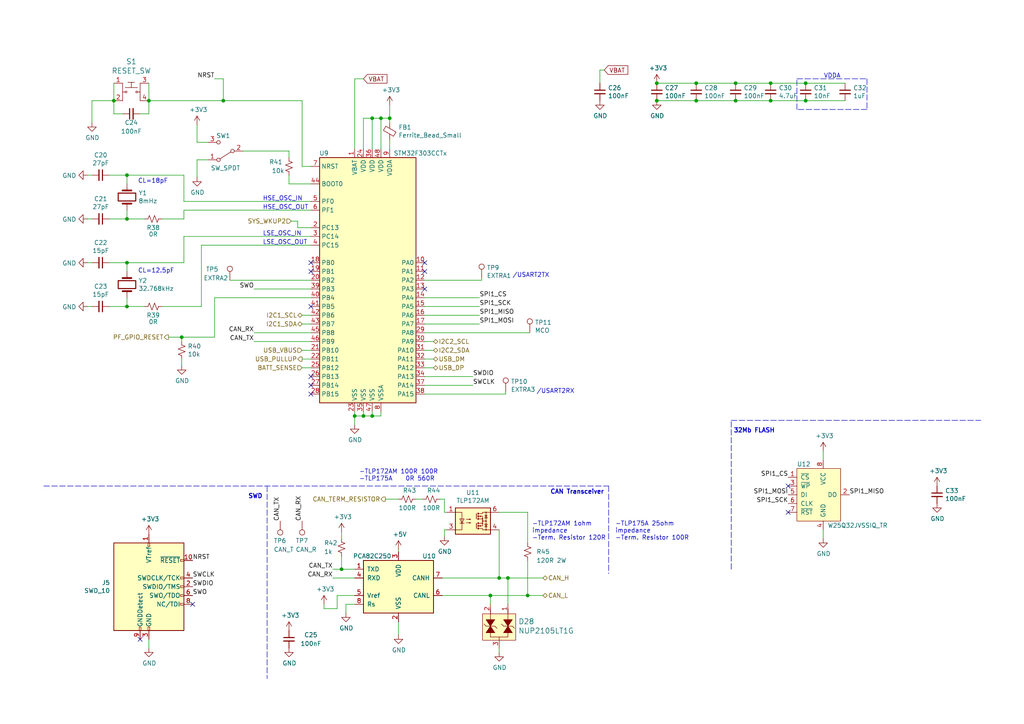
<source format=kicad_sch>
(kicad_sch (version 20211123) (generator eeschema)
  (paper "A4")
  (lib_symbols
    (symbol "Connector:Conn_ARM_JTAG_SWD_10" (pin_names (offset 1.016))
      (property "Reference" "J" (at -2.54 16.51 0))
      (property "Value" "Conn_ARM_JTAG_SWD_10" (at -2.54 13.97 0))
      (symbol "Conn_ARM_JTAG_SWD_10_0_1"
        (rectangle (start -10.16 12.7) (end 10.16 -12.7) (stroke (width 0.254)) (fill (type background)))
        (rectangle (start -2.794 -12.7) (end -2.286 -11.684))
        (rectangle (start -0.254 -12.7) (end 0.254 -11.684))
        (rectangle (start -0.254 12.7) (end 0.254 11.684))
        (rectangle (start 9.144 2.286) (end 10.16 2.794))
        (rectangle (start 10.16 -2.794) (end 9.144 -2.286))
        (rectangle (start 10.16 -0.254) (end 9.144 0.254))
        (rectangle (start 10.16 7.874) (end 9.144 7.366))
      )
      (symbol "Conn_ARM_JTAG_SWD_10_1_1"
        (rectangle (start 9.144 -5.334) (end 10.16 -4.826))
        (pin power_in line (at 0 15.24 270) (length 2.54) (name "VTref") (number "1"))
        (pin open_collector line (at 12.7 7.62 180) (length 2.54) (name "~{RESET}") (number "10"))
        (pin bidirectional line (at 12.7 0 180) (length 2.54) (name "SWDIO/TMS") (number "2"))
        (pin power_in line (at 0 -15.24 90) (length 2.54) (name "GND") (number "3"))
        (pin output line (at 12.7 2.54 180) (length 2.54) (name "SWDCLK/TCK") (number "4"))
        (pin passive line (at 0 -15.24 90) (length 2.54) hide (name "GND") (number "5"))
        (pin input line (at 12.7 -2.54 180) (length 2.54) (name "SWO/TDO") (number "6"))
        (pin no_connect line (at -10.16 0 0) (length 2.54) hide (name "KEY") (number "7"))
        (pin output line (at 12.7 -5.08 180) (length 2.54) (name "NC/TDI") (number "8"))
        (pin passive line (at -2.54 -15.24 90) (length 2.54) (name "GNDDetect") (number "9"))
      )
    )
    (symbol "Connector:TestPoint" (pin_numbers hide) (pin_names (offset 0.762) hide)
      (property "Reference" "TP" (at 0 6.858 0))
      (property "Value" "TestPoint" (at 0 5.08 0))
      (symbol "TestPoint_0_1"
        (circle (center 0 3.302) (radius 0.762))
      )
      (symbol "TestPoint_1_1"
        (pin passive line (at 0 0 90) (length 2.54) (name "1") (number "1"))
      )
    )
    (symbol "Device:C_Small" (pin_numbers hide) (pin_names (offset 0.254) hide)
      (property "Reference" "C" (at 0.254 1.778 0))
      (property "Value" "C_Small" (at 0.254 -2.032 0))
      (symbol "C_Small_0_1"
        (polyline (pts (xy -1.524 -0.508) (xy 1.524 -0.508)) (stroke (width 0.3302)))
        (polyline (pts (xy -1.524 0.508) (xy 1.524 0.508)) (stroke (width 0.3048)))
      )
      (symbol "C_Small_1_1"
        (pin passive line (at 0 2.54 270) (length 2.032) (name "~") (number "1"))
        (pin passive line (at 0 -2.54 90) (length 2.032) (name "~") (number "2"))
      )
    )
    (symbol "Device:Crystal" (pin_numbers hide) (pin_names (offset 1.016) hide)
      (property "Reference" "Y" (at 0 3.81 0))
      (property "Value" "Crystal" (at 0 -3.81 0))
      (symbol "Crystal_0_1"
        (rectangle (start -1.143 2.54) (end 1.143 -2.54) (stroke (width 0.3048)))
        (polyline (pts (xy -2.54 0) (xy -1.905 0)))
        (polyline (pts (xy -1.905 -1.27) (xy -1.905 1.27)) (stroke (width 0.508)))
        (polyline (pts (xy 1.905 -1.27) (xy 1.905 1.27)) (stroke (width 0.508)))
        (polyline (pts (xy 2.54 0) (xy 1.905 0)))
      )
      (symbol "Crystal_1_1"
        (pin passive line (at -3.81 0 0) (length 1.27) (name "1") (number "1"))
        (pin passive line (at 3.81 0 180) (length 1.27) (name "2") (number "2"))
      )
    )
    (symbol "Device:Ferrite_Bead_Small" (pin_numbers hide) (pin_names (offset 0))
      (property "Reference" "FB" (at 1.905 1.27 0))
      (property "Value" "Device_Ferrite_Bead_Small" (at 1.905 -1.27 0))
      (symbol "Ferrite_Bead_Small_0_1"
        (polyline (pts (xy 0 -1.27) (xy 0 -0.7874)))
        (polyline (pts (xy 0 0.889) (xy 0 1.2954)))
        (polyline (pts (xy -1.8288 0.2794) (xy -1.1176 1.4986) (xy 1.8288 -0.2032) (xy 1.1176 -1.4224) (xy -1.8288 0.2794)))
      )
      (symbol "Ferrite_Bead_Small_1_1"
        (pin passive line (at 0 2.54 270) (length 1.27) (name "~") (number "1"))
        (pin passive line (at 0 -2.54 90) (length 1.27) (name "~") (number "2"))
      )
    )
    (symbol "Device:R_Small_US" (pin_numbers hide) (pin_names (offset 0.254) hide)
      (property "Reference" "R" (at 0.762 0.508 0))
      (property "Value" "R_Small_US" (at 0.762 -1.016 0))
      (symbol "R_Small_US_1_1"
        (polyline (pts (xy 0 0) (xy 1.016 -0.381) (xy 0 -0.762) (xy -1.016 -1.143) (xy 0 -1.524)))
        (polyline (pts (xy 0 1.524) (xy 1.016 1.143) (xy 0 0.762) (xy -1.016 0.381) (xy 0 0)))
        (pin passive line (at 0 2.54 270) (length 1.016) (name "~") (number "1"))
        (pin passive line (at 0 -2.54 90) (length 1.016) (name "~") (number "2"))
      )
    )
    (symbol "Interface_CAN_LIN:MCP2551-I-SN" (pin_names (offset 1.016))
      (property "Reference" "U" (at -10.16 8.89 0))
      (property "Value" "MCP2551-I-SN" (at 2.54 8.89 0))
      (symbol "MCP2551-I-SN_0_1"
        (rectangle (start -10.16 7.62) (end 10.16 -7.62) (stroke (width 0.254)) (fill (type background)))
      )
      (symbol "MCP2551-I-SN_1_1"
        (pin input line (at -12.7 5.08 0) (length 2.54) (name "TXD") (number "1"))
        (pin power_in line (at 0 -10.16 90) (length 2.54) (name "VSS") (number "2"))
        (pin power_in line (at 0 10.16 270) (length 2.54) (name "VDD") (number "3"))
        (pin output line (at -12.7 2.54 0) (length 2.54) (name "RXD") (number "4"))
        (pin power_out line (at -12.7 -2.54 0) (length 2.54) (name "Vref") (number "5"))
        (pin bidirectional line (at 12.7 -2.54 180) (length 2.54) (name "CANL") (number "6"))
        (pin bidirectional line (at 12.7 2.54 180) (length 2.54) (name "CANH") (number "7"))
        (pin input line (at -12.7 -5.08 0) (length 2.54) (name "Rs") (number "8"))
      )
    )
    (symbol "MCU_ST_STM32F3:STM32F303CCTx"
      (property "Reference" "U" (at -15.24 36.83 0))
      (property "Value" "STM32F303CCTx" (at 7.62 36.83 0))
      (symbol "STM32F303CCTx_0_1"
        (rectangle (start -15.24 -35.56) (end 12.7 35.56) (stroke (width 0.254)) (fill (type background)))
      )
      (symbol "STM32F303CCTx_1_1"
        (pin power_in line (at -5.08 38.1 270) (length 2.54) (name "VBAT") (number "1"))
        (pin bidirectional line (at 15.24 5.08 180) (length 2.54) (name "PA0") (number "10"))
        (pin bidirectional line (at 15.24 2.54 180) (length 2.54) (name "PA1") (number "11"))
        (pin bidirectional line (at 15.24 0 180) (length 2.54) (name "PA2") (number "12"))
        (pin bidirectional line (at 15.24 -2.54 180) (length 2.54) (name "PA3") (number "13"))
        (pin bidirectional line (at 15.24 -5.08 180) (length 2.54) (name "PA4") (number "14"))
        (pin bidirectional line (at 15.24 -7.62 180) (length 2.54) (name "PA5") (number "15"))
        (pin bidirectional line (at 15.24 -10.16 180) (length 2.54) (name "PA6") (number "16"))
        (pin bidirectional line (at 15.24 -12.7 180) (length 2.54) (name "PA7") (number "17"))
        (pin bidirectional line (at -17.78 5.08 0) (length 2.54) (name "PB0") (number "18"))
        (pin bidirectional line (at -17.78 2.54 0) (length 2.54) (name "PB1") (number "19"))
        (pin bidirectional line (at -17.78 15.24 0) (length 2.54) (name "PC13") (number "2"))
        (pin bidirectional line (at -17.78 0 0) (length 2.54) (name "PB2") (number "20"))
        (pin bidirectional line (at -17.78 -20.32 0) (length 2.54) (name "PB10") (number "21"))
        (pin bidirectional line (at -17.78 -22.86 0) (length 2.54) (name "PB11") (number "22"))
        (pin power_in line (at -5.08 -38.1 90) (length 2.54) (name "VSS") (number "23"))
        (pin power_in line (at -2.54 38.1 270) (length 2.54) (name "VDD") (number "24"))
        (pin bidirectional line (at -17.78 -25.4 0) (length 2.54) (name "PB12") (number "25"))
        (pin bidirectional line (at -17.78 -27.94 0) (length 2.54) (name "PB13") (number "26"))
        (pin bidirectional line (at -17.78 -30.48 0) (length 2.54) (name "PB14") (number "27"))
        (pin bidirectional line (at -17.78 -33.02 0) (length 2.54) (name "PB15") (number "28"))
        (pin bidirectional line (at 15.24 -15.24 180) (length 2.54) (name "PA8") (number "29"))
        (pin bidirectional line (at -17.78 12.7 0) (length 2.54) (name "PC14") (number "3"))
        (pin bidirectional line (at 15.24 -17.78 180) (length 2.54) (name "PA9") (number "30"))
        (pin bidirectional line (at 15.24 -20.32 180) (length 2.54) (name "PA10") (number "31"))
        (pin bidirectional line (at 15.24 -22.86 180) (length 2.54) (name "PA11") (number "32"))
        (pin bidirectional line (at 15.24 -25.4 180) (length 2.54) (name "PA12") (number "33"))
        (pin bidirectional line (at 15.24 -27.94 180) (length 2.54) (name "PA13") (number "34"))
        (pin power_in line (at -2.54 -38.1 90) (length 2.54) (name "VSS") (number "35"))
        (pin power_in line (at 0 38.1 270) (length 2.54) (name "VDD") (number "36"))
        (pin bidirectional line (at 15.24 -30.48 180) (length 2.54) (name "PA14") (number "37"))
        (pin bidirectional line (at 15.24 -33.02 180) (length 2.54) (name "PA15") (number "38"))
        (pin bidirectional line (at -17.78 -2.54 0) (length 2.54) (name "PB3") (number "39"))
        (pin bidirectional line (at -17.78 10.16 0) (length 2.54) (name "PC15") (number "4"))
        (pin bidirectional line (at -17.78 -5.08 0) (length 2.54) (name "PB4") (number "40"))
        (pin bidirectional line (at -17.78 -7.62 0) (length 2.54) (name "PB5") (number "41"))
        (pin bidirectional line (at -17.78 -10.16 0) (length 2.54) (name "PB6") (number "42"))
        (pin bidirectional line (at -17.78 -12.7 0) (length 2.54) (name "PB7") (number "43"))
        (pin input line (at -17.78 27.94 0) (length 2.54) (name "BOOT0") (number "44"))
        (pin bidirectional line (at -17.78 -15.24 0) (length 2.54) (name "PB8") (number "45"))
        (pin bidirectional line (at -17.78 -17.78 0) (length 2.54) (name "PB9") (number "46"))
        (pin power_in line (at 0 -38.1 90) (length 2.54) (name "VSS") (number "47"))
        (pin power_in line (at 2.54 38.1 270) (length 2.54) (name "VDD") (number "48"))
        (pin input line (at -17.78 22.86 0) (length 2.54) (name "PF0") (number "5"))
        (pin input line (at -17.78 20.32 0) (length 2.54) (name "PF1") (number "6"))
        (pin input line (at -17.78 33.02 0) (length 2.54) (name "NRST") (number "7"))
        (pin power_in line (at 2.54 -38.1 90) (length 2.54) (name "VSSA") (number "8"))
        (pin power_in line (at 5.08 38.1 270) (length 2.54) (name "VDDA") (number "9"))
      )
    )
    (symbol "Relay_SolidState:TLP175A"
      (property "Reference" "U" (at -5.08 4.953 0))
      (property "Value" "TLP175A" (at -5.08 -5.08 0))
      (symbol "TLP175A_0_1"
        (rectangle (start -5.08 3.81) (end 5.08 -3.81) (stroke (width 0.254)) (fill (type background)))
        (polyline (pts (xy -3.81 -0.635) (xy -2.54 -0.635)))
        (polyline (pts (xy 1.016 -0.635) (xy 1.016 -2.159)) (stroke (width 0.2032)))
        (polyline (pts (xy 1.016 2.159) (xy 1.016 0.635)) (stroke (width 0.2032)))
        (polyline (pts (xy 1.524 -0.508) (xy 1.524 -0.762)) (stroke (width 0.3556)))
        (polyline (pts (xy 2.794 0) (xy 3.81 0)))
        (polyline (pts (xy 3.429 -1.651) (xy 4.191 -1.651)))
        (polyline (pts (xy 3.429 1.651) (xy 4.191 1.651)))
        (polyline (pts (xy 3.81 -2.54) (xy 3.81 2.54)))
        (polyline (pts (xy 1.524 -2.032) (xy 1.524 -2.286) (xy 1.524 -2.286)) (stroke (width 0.3556)))
        (polyline (pts (xy 1.524 -1.27) (xy 1.524 -1.524) (xy 1.524 -1.524)) (stroke (width 0.3556)))
        (polyline (pts (xy 1.524 0.762) (xy 1.524 0.508) (xy 1.524 0.508)) (stroke (width 0.3556)))
        (polyline (pts (xy 1.524 1.524) (xy 1.524 1.27) (xy 1.524 1.27)) (stroke (width 0.3556)))
        (polyline (pts (xy 1.524 2.286) (xy 1.524 2.032) (xy 1.524 2.032)) (stroke (width 0.3556)))
        (polyline (pts (xy 1.651 -1.397) (xy 2.794 -1.397) (xy 2.794 -0.635)))
        (polyline (pts (xy 1.651 1.397) (xy 2.794 1.397) (xy 2.794 0.635)))
        (polyline (pts (xy -5.08 2.54) (xy -3.175 2.54) (xy -3.175 -2.54) (xy -5.08 -2.54)))
        (polyline (pts (xy -3.175 -0.635) (xy -3.81 0.635) (xy -2.54 0.635) (xy -3.175 -0.635)))
        (polyline (pts (xy 1.651 -2.159) (xy 2.794 -2.159) (xy 2.794 -2.54) (xy 5.08 -2.54)))
        (polyline (pts (xy 1.651 -0.635) (xy 2.794 -0.635) (xy 2.794 0.635) (xy 1.651 0.635)))
        (polyline (pts (xy 1.651 2.159) (xy 2.794 2.159) (xy 2.794 2.54) (xy 5.08 2.54)))
        (polyline (pts (xy 1.778 -1.397) (xy 2.286 -1.27) (xy 2.286 -1.524) (xy 1.778 -1.397)))
        (polyline (pts (xy 1.778 1.397) (xy 2.286 1.524) (xy 2.286 1.27) (xy 1.778 1.397)))
        (polyline (pts (xy 3.81 -1.651) (xy 3.429 -0.889) (xy 4.191 -0.889) (xy 3.81 -1.651)))
        (polyline (pts (xy 3.81 1.651) (xy 3.429 0.889) (xy 4.191 0.889) (xy 3.81 1.651)))
        (polyline (pts (xy -1.905 -0.508) (xy -0.635 -0.508) (xy -1.016 -0.635) (xy -1.016 -0.381) (xy -0.635 -0.508)))
        (polyline (pts (xy -1.905 0.508) (xy -0.635 0.508) (xy -1.016 0.381) (xy -1.016 0.635) (xy -0.635 0.508)))
        (circle (center 2.794 -0.635) (radius 0.127))
        (circle (center 2.794 0) (radius 0.127))
        (circle (center 2.794 0.635) (radius 0.127))
        (circle (center 3.81 -2.54) (radius 0.127))
        (circle (center 3.81 0) (radius 0.127))
        (circle (center 3.81 2.54) (radius 0.127))
      )
      (symbol "TLP175A_1_1"
        (pin passive line (at -7.62 2.54 0) (length 2.54) (name "~") (number "1"))
        (pin passive line (at -7.62 -2.54 0) (length 2.54) (name "~") (number "3"))
        (pin passive line (at 7.62 -2.54 180) (length 2.54) (name "~") (number "4"))
        (pin passive line (at 7.62 2.54 180) (length 2.54) (name "~") (number "6"))
      )
    )
    (symbol "Switch:SW_SPDT" (pin_names (offset 0) hide)
      (property "Reference" "SW" (at 0 4.318 0))
      (property "Value" "SW_SPDT" (at 0 -5.08 0))
      (symbol "SW_SPDT_0_0"
        (circle (center -2.032 0) (radius 0.508))
        (circle (center 2.032 -2.54) (radius 0.508))
      )
      (symbol "SW_SPDT_0_1"
        (polyline (pts (xy -1.524 0.254) (xy 1.651 2.286)))
        (circle (center 2.032 2.54) (radius 0.508))
      )
      (symbol "SW_SPDT_1_1"
        (pin passive line (at 5.08 2.54 180) (length 2.54) (name "A") (number "1"))
        (pin passive line (at -5.08 0 0) (length 2.54) (name "B") (number "2"))
        (pin passive line (at 5.08 -2.54 180) (length 2.54) (name "C") (number "3"))
      )
    )
    (symbol "dk_Memory:W25Q32JVSSIQ_TR" (pin_names (offset 1.016))
      (property "Reference" "U" (at -7.62 8.89 0))
      (property "Value" "W25Q32JVSSIQ_TR" (at 1.27 -8.89 0))
      (symbol "W25Q32JVSSIQ_TR_0_1"
        (rectangle (start -7.62 7.62) (end 5.08 -7.62) (fill (type background)))
      )
      (symbol "W25Q32JVSSIQ_TR_1_1"
        (pin input line (at -10.16 5.08 0) (length 2.54) (name "~{CS}") (number "1"))
        (pin output line (at 7.62 0 180) (length 2.54) (name "DO") (number "2"))
        (pin input line (at -10.16 2.54 0) (length 2.54) (name "~{WP}") (number "3"))
        (pin power_in line (at 0 -10.16 90) (length 2.54) (name "GND") (number "4"))
        (pin input line (at -10.16 0 0) (length 2.54) (name "DI") (number "5"))
        (pin input line (at -10.16 -2.54 0) (length 2.54) (name "CLK") (number "6"))
        (pin input line (at -10.16 -5.08 0) (length 2.54) (name "~{RST}") (number "7"))
        (pin power_in line (at 0 10.16 270) (length 2.54) (name "VCC") (number "8"))
      )
    )
    (symbol "dk_TVS-Diodes:NUP2105LT1G" (pin_names (offset 1.016))
      (property "Reference" "D" (at -4.826 5.842 0))
      (property "Value" "NUP2105LT1G" (at 0 -6.35 0))
      (symbol "NUP2105LT1G_0_1"
        (polyline (pts (xy -6.35 -2.54) (xy -3.175 -2.54)))
        (polyline (pts (xy -3.175 2.54) (xy -6.35 2.54)))
        (polyline (pts (xy -1.27 -3.81) (xy -1.905 -4.445)))
        (polyline (pts (xy -1.27 -1.27) (xy -1.27 -3.81)))
        (polyline (pts (xy -1.27 -1.27) (xy -0.635 -0.635)))
        (polyline (pts (xy -1.27 1.27) (xy -1.905 0.635)))
        (polyline (pts (xy -1.27 3.81) (xy -1.27 1.27)))
        (polyline (pts (xy -1.27 3.81) (xy -0.635 4.445)))
        (polyline (pts (xy -3.175 -1.27) (xy -3.175 -3.81) (xy -1.27 -2.54) (xy -3.175 -1.27)) (fill (type outline)))
        (polyline (pts (xy -3.175 3.81) (xy -3.175 1.27) (xy -1.27 2.54) (xy -3.175 3.81)) (fill (type outline)))
        (polyline (pts (xy 0.635 -1.27) (xy 0.635 -3.81) (xy -1.27 -2.54) (xy 0.635 -1.27)) (fill (type outline)))
        (polyline (pts (xy 0.635 3.81) (xy 0.635 1.27) (xy -1.27 2.54) (xy 0.635 3.81)) (fill (type outline)))
      )
      (symbol "NUP2105LT1G_1_1"
        (rectangle (start -4.826 4.826) (end 2.794 -4.826) (fill (type background)))
        (polyline (pts (xy 1.8796 -2.54) (xy 0.4064 -2.54)))
        (polyline (pts (xy 2.54 0) (xy 1.8796 0)))
        (polyline (pts (xy -1.27 2.54) (xy 1.8796 2.54) (xy 1.8796 -2.54)))
        (pin passive line (at -7.62 2.54 0) (length 2.54) (name "~") (number "1"))
        (pin passive line (at -7.62 -2.54 0) (length 2.54) (name "~") (number "2"))
        (pin passive line (at 5.08 0 180) (length 2.54) (name "~") (number "3"))
      )
    )
    (symbol "dk_Tactile-Switches:FSM4JSMATR" (pin_names (offset 1.016))
      (property "Reference" "S" (at 0 5.08 0))
      (property "Value" "FSM4JSMATR" (at 0 -5.08 0))
      (symbol "FSM4JSMATR_0_1"
        (circle (center -1.524 0) (radius 0.254))
        (polyline (pts (xy -2.54 2.54) (xy -2.54 -2.54)))
        (polyline (pts (xy -1.778 0) (xy -2.54 0)))
        (polyline (pts (xy -1.778 1.27) (xy 1.778 1.27)))
        (polyline (pts (xy 2.54 -2.54) (xy 2.54 2.54)))
        (polyline (pts (xy 2.54 0) (xy 1.778 0)))
        (circle (center 1.524 0) (radius 0.254))
      )
      (symbol "FSM4JSMATR_1_1"
        (polyline (pts (xy -1.016 2.794) (xy 0.889 2.794)))
        (polyline (pts (xy 0 2.794) (xy 0 1.27)))
        (pin passive line (at -5.08 2.54 0) (length 2.54) (name "~") (number "1"))
        (pin passive line (at -5.08 -2.54 0) (length 2.54) (name "~") (number "2"))
        (pin passive line (at 5.08 2.54 180) (length 2.54) (name "~") (number "3"))
        (pin passive line (at 5.08 -2.54 180) (length 2.54) (name "~") (number "4"))
      )
    )
    (symbol "power:+3V3" (power) (pin_names (offset 0))
      (property "Value" "+3V3" (at 0 3.556 0))
      (symbol "+3V3_0_1"
        (polyline (pts (xy -0.762 1.27) (xy 0 2.54)))
        (polyline (pts (xy 0 0) (xy 0 2.54)))
        (polyline (pts (xy 0 2.54) (xy 0.762 1.27)))
      )
      (symbol "+3V3_1_1"
        (pin power_in line (at 0 0 90) (length 0) hide (name "+3V3") (number "1"))
      )
    )
    (symbol "power:+5V" (power) (pin_names (offset 0))
      (property "Value" "+5V" (at 0 3.556 0))
      (symbol "+5V_0_1"
        (polyline (pts (xy -0.762 1.27) (xy 0 2.54)))
        (polyline (pts (xy 0 0) (xy 0 2.54)))
        (polyline (pts (xy 0 2.54) (xy 0.762 1.27)))
      )
      (symbol "+5V_1_1"
        (pin power_in line (at 0 0 90) (length 0) hide (name "+5V") (number "1"))
      )
    )
    (symbol "power:GND" (power) (pin_names (offset 0))
      (property "Value" "GND" (at 0 -3.81 0))
      (symbol "GND_0_1"
        (polyline (pts (xy 0 0) (xy 0 -1.27) (xy 1.27 -1.27) (xy 0 -2.54) (xy -1.27 -1.27) (xy 0 -1.27)))
      )
      (symbol "GND_1_1"
        (pin power_in line (at 0 0 270) (length 0) hide (name "GND") (number "1"))
      )
    )
  )
  (junction (at 64.77 29.21))
  (junction (at 107.95 120.65))
  (junction (at 233.68 29.21))
  (junction (at 99.06 165.1))
  (junction (at 36.83 50.8))
  (junction (at 144.78 167.64))
  (junction (at 223.52 24.13))
  (junction (at 213.36 29.21))
  (junction (at 110.49 34.29))
  (junction (at 36.83 76.2))
  (junction (at 107.95 34.29))
  (junction (at 142.24 172.72))
  (junction (at 52.705 97.79))
  (junction (at 201.93 24.13))
  (junction (at 33.02 29.21))
  (junction (at 43.18 29.21))
  (junction (at 223.52 29.21))
  (junction (at 213.36 24.13))
  (junction (at 190.5 29.21))
  (junction (at 201.93 29.21))
  (junction (at 36.83 63.5))
  (junction (at 147.32 167.64))
  (junction (at 102.87 120.65))
  (junction (at 233.68 24.13))
  (junction (at 105.41 120.65))
  (junction (at 113.03 34.29))
  (junction (at 153.035 172.72))
  (junction (at 36.83 88.9))
  (junction (at 190.5 24.13))
  (no_connect (at 40.64 185.42))
  (no_connect (at 228.6 140.97))
  (no_connect (at 90.17 111.76))
  (no_connect (at 90.17 88.9))
  (no_connect (at 123.19 83.82))
  (no_connect (at 90.17 78.74))
  (no_connect (at 123.19 78.74))
  (no_connect (at 90.17 109.22))
  (no_connect (at 228.6 148.59))
  (no_connect (at 123.19 76.2))
  (no_connect (at 55.88 175.26))
  (no_connect (at 90.17 76.2))
  (no_connect (at 90.17 114.3))
  (wire (pts (xy 190.5 24.13) (xy 201.93 24.13)))
  (wire (pts (xy 144.78 153.67) (xy 144.78 167.64)))
  (wire (pts (xy 87.63 106.68) (xy 90.17 106.68)))
  (wire (pts (xy 125.73 101.6) (xy 123.19 101.6)))
  (wire (pts (xy 113.03 30.48) (xy 113.03 34.29)))
  (wire (pts (xy 105.41 119.38) (xy 105.41 120.65)))
  (wire (pts (xy 110.49 43.18) (xy 110.49 34.29)))
  (wire (pts (xy 100.33 175.26) (xy 100.33 177.8)))
  (wire (pts (xy 125.73 106.68) (xy 123.19 106.68)))
  (polyline (pts (xy 176.53 140.97) (xy 176.53 166.37)))
  (wire (pts (xy 190.5 29.21) (xy 201.93 29.21)))
  (wire (pts (xy 36.83 86.36) (xy 36.83 88.9)))
  (wire (pts (xy 102.87 22.86) (xy 105.41 22.86)))
  (wire (pts (xy 86.36 66.04) (xy 90.17 66.04)))
  (wire (pts (xy 115.57 159.385) (xy 115.57 160.02)))
  (wire (pts (xy 238.76 156.21) (xy 238.76 153.67)))
  (wire (pts (xy 86.36 64.135) (xy 86.36 66.04)))
  (wire (pts (xy 99.06 161.29) (xy 99.06 165.1)))
  (polyline (pts (xy 251.46 22.86) (xy 251.46 31.75)))
  (wire (pts (xy 144.78 167.64) (xy 147.32 167.64)))
  (wire (pts (xy 110.49 120.65) (xy 107.95 120.65)))
  (wire (pts (xy 52.705 104.14) (xy 52.705 106.045)))
  (wire (pts (xy 123.19 114.3) (xy 146.685 114.3)))
  (wire (pts (xy 25.4 88.9) (xy 26.67 88.9)))
  (wire (pts (xy 123.19 88.9) (xy 139.065 88.9)))
  (wire (pts (xy 153.67 96.52) (xy 123.19 96.52)))
  (wire (pts (xy 43.18 187.96) (xy 43.18 185.42)))
  (wire (pts (xy 87.63 48.26) (xy 87.63 29.21)))
  (wire (pts (xy 113.03 35.56) (xy 113.03 34.29)))
  (wire (pts (xy 36.83 50.8) (xy 53.34 50.8)))
  (wire (pts (xy 93.98 176.53) (xy 93.98 175.26)))
  (wire (pts (xy 223.52 24.13) (xy 233.68 24.13)))
  (wire (pts (xy 52.705 97.79) (xy 52.705 99.06)))
  (wire (pts (xy 144.78 189.23) (xy 144.78 187.96)))
  (wire (pts (xy 107.95 43.18) (xy 107.95 34.29)))
  (wire (pts (xy 53.34 58.42) (xy 53.34 50.8)))
  (wire (pts (xy 153.035 148.59) (xy 153.035 157.48)))
  (wire (pts (xy 125.73 99.06) (xy 123.19 99.06)))
  (wire (pts (xy 90.17 91.44) (xy 87.63 91.44)))
  (wire (pts (xy 43.18 24.13) (xy 43.18 29.21)))
  (wire (pts (xy 96.52 167.64) (xy 102.87 167.64)))
  (wire (pts (xy 110.49 119.38) (xy 110.49 120.65)))
  (wire (pts (xy 64.77 22.86) (xy 64.77 29.21)))
  (wire (pts (xy 123.19 111.76) (xy 137.16 111.76)))
  (wire (pts (xy 87.63 48.26) (xy 90.17 48.26)))
  (wire (pts (xy 33.02 24.13) (xy 33.02 29.21)))
  (wire (pts (xy 233.68 29.21) (xy 245.11 29.21)))
  (wire (pts (xy 123.19 81.28) (xy 139.7 81.28)))
  (wire (pts (xy 111.76 144.78) (xy 115.57 144.78)))
  (wire (pts (xy 53.34 60.96) (xy 53.34 63.5)))
  (polyline (pts (xy 231.14 22.86) (xy 251.46 22.86)))
  (wire (pts (xy 144.78 148.59) (xy 153.035 148.59)))
  (wire (pts (xy 213.36 29.21) (xy 223.52 29.21)))
  (wire (pts (xy 36.83 53.34) (xy 36.83 50.8)))
  (wire (pts (xy 83.82 53.34) (xy 83.82 50.8)))
  (wire (pts (xy 129.54 153.67) (xy 128.905 153.67)))
  (wire (pts (xy 36.83 88.9) (xy 41.91 88.9)))
  (wire (pts (xy 64.77 29.21) (xy 87.63 29.21)))
  (wire (pts (xy 60.325 46.355) (xy 57.15 46.355)))
  (wire (pts (xy 102.87 175.26) (xy 100.33 175.26)))
  (wire (pts (xy 60.325 41.275) (xy 57.15 41.275)))
  (wire (pts (xy 201.93 24.13) (xy 213.36 24.13)))
  (polyline (pts (xy 231.14 31.75) (xy 231.14 22.86)))
  (wire (pts (xy 73.66 99.06) (xy 90.17 99.06)))
  (wire (pts (xy 213.36 24.13) (xy 223.52 24.13)))
  (wire (pts (xy 48.895 97.79) (xy 52.705 97.79)))
  (wire (pts (xy 99.06 165.1) (xy 102.87 165.1)))
  (wire (pts (xy 102.87 120.65) (xy 102.87 123.19)))
  (wire (pts (xy 83.82 43.815) (xy 83.82 45.72)))
  (wire (pts (xy 73.66 83.82) (xy 90.17 83.82)))
  (wire (pts (xy 123.19 91.44) (xy 139.065 91.44)))
  (wire (pts (xy 83.82 53.34) (xy 90.17 53.34)))
  (wire (pts (xy 43.18 33.02) (xy 43.18 29.21)))
  (wire (pts (xy 105.41 43.18) (xy 105.41 34.29)))
  (polyline (pts (xy 212.09 121.92) (xy 284.48 121.92)))
  (wire (pts (xy 125.73 104.14) (xy 123.19 104.14)))
  (wire (pts (xy 122.555 144.78) (xy 120.65 144.78)))
  (wire (pts (xy 31.75 63.5) (xy 36.83 63.5)))
  (wire (pts (xy 102.87 119.38) (xy 102.87 120.65)))
  (wire (pts (xy 53.34 60.96) (xy 90.17 60.96)))
  (wire (pts (xy 97.79 172.72) (xy 97.79 176.53)))
  (wire (pts (xy 26.67 76.2) (xy 25.4 76.2)))
  (wire (pts (xy 31.75 88.9) (xy 36.83 88.9)))
  (wire (pts (xy 96.52 165.1) (xy 99.06 165.1)))
  (wire (pts (xy 146.685 114.3) (xy 146.685 113.665)))
  (wire (pts (xy 90.17 58.42) (xy 53.34 58.42)))
  (wire (pts (xy 90.17 68.58) (xy 53.34 68.58)))
  (wire (pts (xy 36.83 63.5) (xy 41.91 63.5)))
  (wire (pts (xy 113.03 40.64) (xy 113.03 43.18)))
  (wire (pts (xy 139.7 81.28) (xy 139.7 80.645)))
  (wire (pts (xy 115.57 184.15) (xy 115.57 180.34)))
  (wire (pts (xy 102.87 43.18) (xy 102.87 22.86)))
  (wire (pts (xy 123.19 93.98) (xy 139.065 93.98)))
  (wire (pts (xy 53.34 68.58) (xy 53.34 76.2)))
  (wire (pts (xy 33.02 29.21) (xy 33.02 33.02)))
  (wire (pts (xy 110.49 34.29) (xy 107.95 34.29)))
  (wire (pts (xy 33.02 33.02) (xy 35.56 33.02)))
  (wire (pts (xy 142.24 172.72) (xy 153.035 172.72)))
  (polyline (pts (xy 212.09 165.1) (xy 212.09 121.92)))
  (wire (pts (xy 62.23 97.79) (xy 62.23 86.36)))
  (wire (pts (xy 36.83 50.8) (xy 31.75 50.8)))
  (wire (pts (xy 90.17 93.98) (xy 87.63 93.98)))
  (wire (pts (xy 107.95 34.29) (xy 105.41 34.29)))
  (wire (pts (xy 142.24 175.26) (xy 142.24 172.72)))
  (wire (pts (xy 173.99 20.32) (xy 173.99 24.13)))
  (wire (pts (xy 105.41 120.65) (xy 102.87 120.65)))
  (wire (pts (xy 87.63 101.6) (xy 90.17 101.6)))
  (wire (pts (xy 43.18 29.21) (xy 64.77 29.21)))
  (wire (pts (xy 175.26 20.32) (xy 173.99 20.32)))
  (wire (pts (xy 57.15 46.355) (xy 57.15 51.435)))
  (wire (pts (xy 26.67 29.21) (xy 26.67 35.56)))
  (polyline (pts (xy 251.46 31.75) (xy 231.14 31.75)))
  (wire (pts (xy 62.23 22.86) (xy 64.77 22.86)))
  (wire (pts (xy 90.17 96.52) (xy 73.66 96.52)))
  (wire (pts (xy 153.035 162.56) (xy 153.035 172.72)))
  (wire (pts (xy 36.83 76.2) (xy 31.75 76.2)))
  (wire (pts (xy 233.68 24.13) (xy 245.11 24.13)))
  (wire (pts (xy 128.905 148.59) (xy 129.54 148.59)))
  (wire (pts (xy 84.455 64.135) (xy 86.36 64.135)))
  (wire (pts (xy 238.76 130.81) (xy 238.76 133.35)))
  (wire (pts (xy 107.95 120.65) (xy 105.41 120.65)))
  (wire (pts (xy 123.19 109.22) (xy 137.16 109.22)))
  (wire (pts (xy 25.4 63.5) (xy 26.67 63.5)))
  (polyline (pts (xy 77.47 140.97) (xy 77.47 196.85)))
  (wire (pts (xy 58.42 71.12) (xy 58.42 88.9)))
  (wire (pts (xy 128.27 167.64) (xy 144.78 167.64)))
  (wire (pts (xy 46.99 63.5) (xy 53.34 63.5)))
  (wire (pts (xy 36.83 78.74) (xy 36.83 76.2)))
  (wire (pts (xy 36.83 76.2) (xy 53.34 76.2)))
  (wire (pts (xy 66.675 81.28) (xy 90.17 81.28)))
  (wire (pts (xy 90.17 71.12) (xy 58.42 71.12)))
  (wire (pts (xy 127.635 144.78) (xy 128.905 144.78)))
  (wire (pts (xy 46.99 88.9) (xy 58.42 88.9)))
  (wire (pts (xy 123.19 86.36) (xy 139.065 86.36)))
  (wire (pts (xy 26.67 50.8) (xy 25.4 50.8)))
  (wire (pts (xy 113.03 34.29) (xy 110.49 34.29)))
  (wire (pts (xy 102.87 172.72) (xy 97.79 172.72)))
  (wire (pts (xy 99.06 154.305) (xy 99.06 156.21)))
  (wire (pts (xy 87.63 104.14) (xy 90.17 104.14)))
  (wire (pts (xy 36.83 60.96) (xy 36.83 63.5)))
  (polyline (pts (xy 12.7 140.97) (xy 176.53 140.97)))
  (wire (pts (xy 128.905 144.78) (xy 128.905 148.59)))
  (wire (pts (xy 201.93 29.21) (xy 213.36 29.21)))
  (wire (pts (xy 40.64 33.02) (xy 43.18 33.02)))
  (wire (pts (xy 107.95 119.38) (xy 107.95 120.65)))
  (wire (pts (xy 70.485 43.815) (xy 83.82 43.815)))
  (wire (pts (xy 147.32 175.26) (xy 147.32 167.64)))
  (wire (pts (xy 128.905 153.67) (xy 128.905 155.575)))
  (wire (pts (xy 153.035 172.72) (xy 157.48 172.72)))
  (wire (pts (xy 97.79 176.53) (xy 93.98 176.53)))
  (wire (pts (xy 62.23 86.36) (xy 90.17 86.36)))
  (wire (pts (xy 57.15 41.275) (xy 57.15 36.195)))
  (wire (pts (xy 128.27 172.72) (xy 142.24 172.72)))
  (wire (pts (xy 52.705 97.79) (xy 62.23 97.79)))
  (wire (pts (xy 223.52 29.21) (xy 233.68 29.21)))
  (wire (pts (xy 147.32 167.64) (xy 157.48 167.64)))
  (wire (pts (xy 33.02 29.21) (xy 26.67 29.21)))
  (text "-TLP172AM 1ohm \nimpedance\n-Term. Resistor 120R" (at 154.305 156.845 0) (effects (font (size 1.27 1.27)) (justify left bottom)))
  (text "/USART2TX" (at 148.59 80.645 0) (effects (font (size 1.27 1.27)) (justify left bottom)))
  (text "SWD" (at 76.2 144.78 180) (effects (font (size 1.27 1.27) (thickness 0.254) bold) (justify right bottom)))
  (text "-TLP175A 25ohm \nimpedance\n-Term. Resistor 100R" (at 178.435 156.845 0) (effects (font (size 1.27 1.27)) (justify left bottom)))
  (text "LSE_OSC_IN" (at 76.2 68.58 0) (effects (font (size 1.27 1.27)) (justify left bottom)))
  (text "32Mb FLASH" (at 224.79 125.73 180) (effects (font (size 1.27 1.27) (thickness 0.254) bold) (justify right bottom)))
  (text "-TLP172AM 100R 100R\n-TLP175A    0R 560R" (at 104.14 139.7 0) (effects (font (size 1.27 1.27)) (justify left bottom)))
  (text "CAN Transceiver" (at 175.26 143.51 180) (effects (font (size 1.27 1.27) (thickness 0.254) bold) (justify right bottom)))
  (text "CL=12.5pF" (at 40.005 79.375 0) (effects (font (size 1.27 1.27)) (justify left bottom)))
  (text "HSE_OSC_IN" (at 76.2 58.42 0) (effects (font (size 1.27 1.27)) (justify left bottom)))
  (text "CL=18pF" (at 40.005 53.34 0) (effects (font (size 1.27 1.27)) (justify left bottom)))
  (text "/USART2RX" (at 155.575 114.3 0) (effects (font (size 1.27 1.27)) (justify left bottom)))
  (text "HSE_OSC_OUT" (at 76.2 60.96 0) (effects (font (size 1.27 1.27)) (justify left bottom)))
  (text "LSE_OSC_OUT" (at 76.2 71.12 0) (effects (font (size 1.27 1.27)) (justify left bottom)))
  (text "VDDA" (at 243.84 22.86 180) (effects (font (size 1.27 1.27)) (justify right bottom)))
  (label "CAN_TX" (at 81.28 151.13 90))
  (label "NRST" (at 62.23 22.86 180))
  (label "SWDIO" (at 137.16 109.22 0))
  (label "SWCLK" (at 55.88 167.64 0))
  (label "SWCLK" (at 137.16 111.76 0))
  (label "SWDIO" (at 55.88 170.18 0))
  (label "SPI1_MISO" (at 246.38 143.51 0))
  (label "CAN_TX" (at 96.52 165.1 180))
  (label "SPI1_CS" (at 139.065 86.36 0))
  (label "SPI1_MOSI" (at 228.6 143.51 180))
  (label "SPI1_MISO" (at 139.065 91.44 0))
  (label "CAN_RX" (at 96.52 167.64 180))
  (label "SPI1_SCK" (at 139.065 88.9 0))
  (label "SWO" (at 73.66 83.82 180))
  (label "CAN_TX" (at 73.66 99.06 180))
  (label "SPI1_SCK" (at 228.6 146.05 180))
  (label "SPI1_CS" (at 228.6 138.43 180))
  (label "NRST" (at 55.88 162.56 0))
  (label "SPI1_MOSI" (at 139.065 93.98 0))
  (label "CAN_RX" (at 73.66 96.52 180))
  (label "CAN_RX" (at 87.63 151.13 90))
  (label "SWO" (at 55.88 172.72 0))
  (global_label "VBAT" (shape input) (at 175.26 20.32 0) (property "Intersheet References" "${INTERSHEET_REFS}" (effects hide)))
  (global_label "VBAT" (shape input) (at 105.41 22.86 0) (property "Intersheet References" "${INTERSHEET_REFS}" (effects hide)))
  (hierarchical_label "BATT_SENSE" (shape input) (at 87.63 106.68 180))
  (hierarchical_label "CAN_L" (shape bidirectional) (at 157.48 172.72 0))
  (hierarchical_label "I2C2_SDA" (shape bidirectional) (at 125.73 101.6 0))
  (hierarchical_label "CAN_H" (shape bidirectional) (at 157.48 167.64 0))
  (hierarchical_label "USB_VBUS" (shape input) (at 87.63 101.6 180))
  (hierarchical_label "I2C1_SDA" (shape bidirectional) (at 87.63 93.98 180))
  (hierarchical_label "SYS_WKUP2" (shape input) (at 84.455 64.135 180))
  (hierarchical_label "USB_DP" (shape bidirectional) (at 125.73 106.68 0))
  (hierarchical_label "I2C1_SCL" (shape bidirectional) (at 87.63 91.44 180))
  (hierarchical_label "USB_PULLUP" (shape output) (at 87.63 104.14 180))
  (hierarchical_label "CAN_TERM_RESISTOR" (shape output) (at 111.76 144.78 180))
  (hierarchical_label "I2C2_SCL" (shape bidirectional) (at 125.73 99.06 0))
  (hierarchical_label "PF_GPIO_RESET" (shape output) (at 48.895 97.79 180))
  (hierarchical_label "USB_DM" (shape bidirectional) (at 125.73 104.14 0))
  (symbol (lib_id "MCU_ST_STM32F3:STM32F303CCTx") (at 107.95 81.28 0) (unit 1)
    (property "Reference" "U9" (at 93.98 44.45 0))
    (property "Value" "STM32F303CCTx" (at 121.92 44.45 0))
    (property "Footprint" "Package_QFP:LQFP-48_7x7mm_P0.5mm" (effects hide))
    (property "Datasheet" "http://www.st.com/st-web-ui/static/active/en/resource/technical/document/datasheet/DM00058181.pdf" (effects hide))
    (property "Digi-Key_PN" "497-13318-ND" (effects hide))
  )
  (symbol (lib_id "Device:Crystal") (at 36.83 57.15 270) (unit 1)
    (property "Reference" "Y1" (at 40.1574 55.9816 90) (effects (justify left)))
    (property "Value" "8mHz" (at 40.1574 58.293 90) (effects (justify left)))
    (property "Footprint" "Crystals_Modify:Crystal_SMD_5032-2Pin_5.0x3.2mm_HandSoldering" (effects hide))
    (property "Digi-Key_PN" "535-10630-1-ND" (effects hide))
  )
  (symbol (lib_id "Device:C_Small") (at 29.21 50.8 270) (unit 1)
    (property "Reference" "C20" (at 29.21 44.9834 90))
    (property "Value" "27pF" (at 29.21 47.2948 90))
    (property "Footprint" "Capacitor_SMD:C_0805_2012Metric" (effects hide))
    (property "Digi-Key_PN" "478-10518-1-ND" (effects hide))
  )
  (symbol (lib_id "Device:C_Small") (at 29.21 63.5 270) (unit 1)
    (property "Reference" "C21" (at 29.21 57.6834 90))
    (property "Value" "27pF" (at 29.21 59.9948 90))
    (property "Footprint" "Capacitor_SMD:C_0805_2012Metric" (effects hide))
    (property "Digi-Key_PN" "478-10518-1-ND" (effects hide))
  )
  (symbol (lib_id "power:GND") (at 25.4 63.5 270) (unit 1)
    (property "Reference" "#PWR088" (effects hide))
    (property "Value" "GND" (at 22.1488 63.627 90) (effects (justify right)))
  )
  (symbol (lib_id "power:GND") (at 25.4 50.8 270) (unit 1)
    (property "Reference" "#PWR087" (effects hide))
    (property "Value" "GND" (at 22.1488 50.927 90) (effects (justify right)))
  )
  (symbol (lib_id "power:GND") (at 102.87 123.19 0) (unit 1)
    (property "Reference" "#PWR0102" (effects hide))
    (property "Value" "GND" (at 102.997 127.5842 0))
  )
  (symbol (lib_id "Device:R_Small_US") (at 44.45 63.5 90) (unit 1)
    (property "Reference" "R38" (at 44.45 66.04 90))
    (property "Value" "0R" (at 44.45 67.945 90))
    (property "Footprint" "Resistor_SMD:R_0805_2012Metric" (effects hide))
    (property "Digi-Key_PN" "RMCF0805ZT0R00CT-ND" (effects hide))
  )
  (symbol (lib_id "Device:Ferrite_Bead_Small") (at 113.03 38.1 0) (unit 1)
    (property "Reference" "FB1" (at 115.57 36.9316 0) (effects (justify left)))
    (property "Value" "Ferrite_Bead_Small" (at 115.57 39.243 0) (effects (justify left)))
    (property "Footprint" "Resistor_SMD:R_0805_2012Metric" (effects hide))
    (property "Digi-Key_PN" "490-1054-1-ND" (effects hide))
  )
  (symbol (lib_id "Device:R_Small_US") (at 83.82 48.26 0) (unit 1)
    (property "Reference" "R41" (at 80.01 46.99 0))
    (property "Value" "10k" (at 80.645 49.53 0))
    (property "Footprint" "Resistor_SMD:R_0805_2012Metric" (effects hide))
    (property "Digi-Key_PN" "311-10.0KCRDKR-ND" (effects hide))
  )
  (symbol (lib_id "Device:C_Small") (at 38.1 33.02 90) (unit 1)
    (property "Reference" "C24" (at 38.1 35.56 90))
    (property "Value" "100nF" (at 38.1 38.1 90))
    (property "Footprint" "Capacitor_SMD:C_0805_2012Metric" (effects hide))
    (property "Digi-Key_PN" "478-1395-1-ND" (effects hide))
  )
  (symbol (lib_id "power:GND") (at 26.67 35.56 0) (unit 1)
    (property "Reference" "#PWR091" (effects hide))
    (property "Value" "GND" (at 26.797 39.9542 0))
  )
  (symbol (lib_id "power:+5V") (at 115.57 159.385 0) (unit 1)
    (property "Reference" "#PWR0104" (effects hide))
    (property "Value" "+5V" (at 115.951 154.9908 0))
  )
  (symbol (lib_id "Device:Crystal") (at 36.83 82.55 270) (unit 1)
    (property "Reference" "Y2" (at 40.1574 81.3816 90) (effects (justify left)))
    (property "Value" "32.768kHz" (at 40.1574 83.693 90) (effects (justify left)))
    (property "Footprint" "Crystals_Modify:Crystal_SMD_3215-2Pin_3.2x1.5mm_HandSoldering" (effects hide))
    (property "Digi-Key_PN" "535-9808-1-ND" (effects hide))
  )
  (symbol (lib_id "Device:C_Small") (at 29.21 76.2 270) (unit 1)
    (property "Reference" "C22" (at 29.21 70.3834 90))
    (property "Value" "15pF" (at 29.21 72.6948 90))
    (property "Footprint" "Capacitor_SMD:C_0805_2012Metric" (effects hide))
    (property "Digi-Key_PN" "311-4165-1-ND" (effects hide))
  )
  (symbol (lib_id "Device:C_Small") (at 29.21 88.9 270) (unit 1)
    (property "Reference" "C23" (at 29.21 83.0834 90))
    (property "Value" "15pF" (at 29.21 85.3948 90))
    (property "Footprint" "Capacitor_SMD:C_0805_2012Metric" (effects hide))
    (property "Digi-Key_PN" "311-4165-1-ND" (effects hide))
  )
  (symbol (lib_id "power:GND") (at 25.4 88.9 270) (unit 1)
    (property "Reference" "#PWR090" (effects hide))
    (property "Value" "GND" (at 22.1488 89.027 90) (effects (justify right)))
  )
  (symbol (lib_id "power:GND") (at 25.4 76.2 270) (unit 1)
    (property "Reference" "#PWR089" (effects hide))
    (property "Value" "GND" (at 22.1488 76.327 90) (effects (justify right)))
  )
  (symbol (lib_id "Device:R_Small_US") (at 44.45 88.9 90) (unit 1)
    (property "Reference" "R39" (at 44.45 91.44 90))
    (property "Value" "0R" (at 44.45 93.345 90))
    (property "Footprint" "Resistor_SMD:R_0805_2012Metric" (effects hide))
    (property "Digi-Key_PN" "RMCF0805ZT0R00CT-ND" (effects hide))
  )
  (symbol (lib_id "dk_Memory:W25Q32JVSSIQ_TR") (at 238.76 143.51 0) (unit 1)
    (property "Reference" "U12" (at 231.14 134.62 0) (effects (justify left)))
    (property "Value" "W25Q32JVSSIQ_TR" (at 240.03 152.4 0) (effects (justify left)))
    (property "Footprint" "digikey-footprints:SOIC-8_W5.6mm" (effects hide))
    (property "Datasheet" "http://www.winbond.com/resource-files/w25q32jv%20revg%2003272018%20plus.pdf" (effects hide))
    (property "Digi-Key_PN" "W25Q32JVSSIQCT-ND" (effects hide))
    (property "MPN" "W25Q32JVSSIQ TR" (effects hide))
    (property "Category" "Integrated Circuits (ICs)" (effects hide))
    (property "Family" "Memory" (effects hide))
    (property "DK_Datasheet_Link" "http://www.winbond.com/resource-files/w25q32jv%20revg%2003272018%20plus.pdf" (effects hide))
    (property "DK_Detail_Page" "/product-detail/en/winbond-electronics/W25Q32JVSSIQ-TR/W25Q32JVSSIQCT-ND/7393546" (effects hide))
    (property "Description" "IC FLASH 32M SPI 133MHZ 8SOIC" (effects hide))
    (property "Manufacturer" "Winbond Electronics" (effects hide))
    (property "Status" "Active" (effects hide))
  )
  (symbol (lib_id "power:GND") (at 238.76 156.21 0) (unit 1)
    (property "Reference" "#PWR0112" (effects hide))
    (property "Value" "GND" (at 238.887 160.6042 0))
  )
  (symbol (lib_id "Switch:SW_SPDT") (at 65.405 43.815 180) (unit 1)
    (property "Reference" "SW1" (at 64.77 39.37 0))
    (property "Value" "SW_SPDT" (at 65.405 48.7426 0))
    (property "Footprint" "SlideSwitch:CJS-1200TB" (effects hide))
    (property "Digi-Key_PN" "563-1022-1-ND" (effects hide))
  )
  (symbol (lib_id "power:+3V3") (at 57.15 36.195 0) (unit 1)
    (property "Reference" "#PWR095" (effects hide))
    (property "Value" "+3V3" (at 57.531 31.8008 0))
  )
  (symbol (lib_id "dk_Tactile-Switches:FSM4JSMATR") (at 38.1 26.67 0) (unit 1)
    (property "Reference" "S1" (at 38.1 17.8562 0) (effects (font (size 1.524 1.524))))
    (property "Value" "RESET_SW" (at 38.1 20.5486 0) (effects (font (size 1.524 1.524))))
    (property "Footprint" "digikey-footprints:Switch_Tactile_SMD_6x6mm" (effects hide))
    (property "Datasheet" "https://www.te.com/commerce/DocumentDelivery/DDEController?Action=srchrtrv&DocNm=2-1437565-7&DocType=Customer+Drawing&DocLang=English" (effects hide))
    (property "Digi-Key_PN" "CKN9084CT-ND" (effects hide))
    (property "MPN" "FSM4JSMATR" (effects hide))
    (property "Category" "Switches" (effects hide))
    (property "Family" "Tactile Switches" (effects hide))
    (property "DK_Datasheet_Link" "https://www.te.com/commerce/DocumentDelivery/DDEController?Action=srchrtrv&DocNm=2-1437565-7&DocType=Customer+Drawing&DocLang=English" (effects hide))
    (property "DK_Detail_Page" "/product-detail/en/te-connectivity-alcoswitch-switches/FSM4JSMATR/450-1759-1-ND/2271638" (effects hide))
    (property "Description" "SWITCH TACTILE SPST-NO 0.05A 24V" (effects hide))
    (property "Manufacturer" "TE Connectivity ALCOSWITCH Switches" (effects hide))
    (property "Status" "Active" (effects hide))
  )
  (symbol (lib_id "Connector:TestPoint") (at 153.67 96.52 0) (unit 1)
    (property "Reference" "TP11" (at 155.1432 93.5228 0) (effects (justify left)))
    (property "Value" "MCO" (at 155.1432 95.8342 0) (effects (justify left)))
    (property "Footprint" "TestPoint:TestPoint_Pad_D1.0mm" (effects hide))
  )
  (symbol (lib_id "Device:C_Small") (at 190.5 26.67 0) (unit 1)
    (property "Reference" "C27" (at 192.8368 25.5016 0) (effects (justify left)))
    (property "Value" "100nF" (at 192.8368 27.813 0) (effects (justify left)))
    (property "Footprint" "Capacitor_SMD:C_0805_2012Metric" (effects hide))
    (property "Digi-Key_PN" "478-1395-1-ND" (effects hide))
  )
  (symbol (lib_id "power:GND") (at 190.5 29.21 0) (unit 1)
    (property "Reference" "#PWR0110" (effects hide))
    (property "Value" "GND" (at 190.627 33.6042 0))
  )
  (symbol (lib_id "Device:C_Small") (at 201.93 26.67 0) (unit 1)
    (property "Reference" "C28" (at 204.2668 25.5016 0) (effects (justify left)))
    (property "Value" "100nF" (at 204.2668 27.813 0) (effects (justify left)))
    (property "Footprint" "Capacitor_SMD:C_0805_2012Metric" (effects hide))
    (property "Digi-Key_PN" "478-1395-1-ND" (effects hide))
  )
  (symbol (lib_id "Device:C_Small") (at 213.36 26.67 0) (unit 1)
    (property "Reference" "C29" (at 215.6968 25.5016 0) (effects (justify left)))
    (property "Value" "100nF" (at 215.6968 27.813 0) (effects (justify left)))
    (property "Footprint" "Capacitor_SMD:C_0805_2012Metric" (effects hide))
    (property "Digi-Key_PN" "478-1395-1-ND" (effects hide))
  )
  (symbol (lib_id "Device:C_Small") (at 173.99 26.67 0) (unit 1)
    (property "Reference" "C26" (at 176.3268 25.5016 0) (effects (justify left)))
    (property "Value" "100nF" (at 176.3268 27.813 0) (effects (justify left)))
    (property "Footprint" "Capacitor_SMD:C_0805_2012Metric" (effects hide))
    (property "Digi-Key_PN" "478-1395-1-ND" (effects hide))
  )
  (symbol (lib_id "Device:C_Small") (at 223.52 26.67 0) (unit 1)
    (property "Reference" "C30" (at 225.8568 25.5016 0) (effects (justify left)))
    (property "Value" "4.7uF" (at 225.8568 27.813 0) (effects (justify left)))
    (property "Footprint" "Capacitor_SMD:C_0805_2012Metric" (effects hide))
    (property "Digi-Key_PN" "1276-2873-1-ND" (effects hide))
  )
  (symbol (lib_id "Device:C_Small") (at 233.68 26.67 0) (unit 1)
    (property "Reference" "C31" (at 236.0168 25.5016 0) (effects (justify left)))
    (property "Value" "10nF" (at 236.0168 27.813 0) (effects (justify left)))
    (property "Footprint" "Capacitor_SMD:C_0805_2012Metric" (effects hide))
    (property "Digi-Key_PN" "311-1136-1-ND" (effects hide))
  )
  (symbol (lib_id "Device:C_Small") (at 245.11 26.67 0) (unit 1)
    (property "Reference" "C32" (at 247.4468 25.5016 0) (effects (justify left)))
    (property "Value" "1uF" (at 247.4468 27.813 0) (effects (justify left)))
    (property "Footprint" "Capacitor_SMD:C_0805_2012Metric" (effects hide))
    (property "Digi-Key_PN" "311-1365-1-ND" (effects hide))
  )
  (symbol (lib_id "power:GND") (at 173.99 29.21 0) (unit 1)
    (property "Reference" "#PWR0108" (effects hide))
    (property "Value" "GND" (at 174.117 33.6042 0))
  )
  (symbol (lib_id "power:GND") (at 57.15 51.435 0) (unit 1)
    (property "Reference" "#PWR096" (effects hide))
    (property "Value" "GND" (at 57.277 55.8292 0))
  )
  (symbol (lib_id "Device:C_Small") (at 271.78 143.51 0) (unit 1)
    (property "Reference" "C33" (at 274.1168 142.3416 0) (effects (justify left)))
    (property "Value" "100nF" (at 274.1168 144.653 0) (effects (justify left)))
    (property "Footprint" "Capacitor_SMD:C_0805_2012Metric" (effects hide))
    (property "Digi-Key_PN" "478-1395-1-ND" (effects hide))
  )
  (symbol (lib_id "power:GND") (at 271.78 146.05 0) (unit 1)
    (property "Reference" "#PWR0114" (effects hide))
    (property "Value" "GND" (at 271.907 150.4442 0))
  )
  (symbol (lib_id "power:GND") (at 43.18 187.96 0) (unit 1)
    (property "Reference" "#PWR093" (effects hide))
    (property "Value" "GND" (at 43.307 192.3542 0))
  )
  (symbol (lib_id "power:+3V3") (at 43.18 154.94 0) (unit 1)
    (property "Reference" "#PWR092" (effects hide))
    (property "Value" "+3V3" (at 43.561 150.5458 0))
  )
  (symbol (lib_id "Connector:Conn_ARM_JTAG_SWD_10") (at 43.18 170.18 0) (unit 1)
    (property "Reference" "J5" (at 31.9278 169.0116 0) (effects (justify right)))
    (property "Value" "SWD_10" (at 31.9278 171.323 0) (effects (justify right)))
    (property "Footprint" "digikey-footprints:PinHeader_2x5_P1.27_SMD" (effects hide))
    (property "Datasheet" "http://infocenter.arm.com/help/topic/com.arm.doc.ddi0314h/DDI0314H_coresight_components_trm.pdf" (effects hide))
    (property "Digi-Key_PN" "609-3695-1-ND" (effects hide))
  )
  (symbol (lib_id "power:+3V3") (at 113.03 30.48 0) (unit 1)
    (property "Reference" "#PWR0103" (effects hide))
    (property "Value" "+3V3" (at 113.411 26.0858 0))
  )
  (symbol (lib_id "power:+3V3") (at 190.5 24.13 0) (unit 1)
    (property "Reference" "#PWR0109" (effects hide))
    (property "Value" "+3V3" (at 190.881 19.7358 0))
  )
  (symbol (lib_id "power:+3V3") (at 238.76 130.81 0) (unit 1)
    (property "Reference" "#PWR0111" (effects hide))
    (property "Value" "+3V3" (at 239.141 126.4158 0))
  )
  (symbol (lib_id "power:+3V3") (at 271.78 140.97 0) (unit 1)
    (property "Reference" "#PWR0113" (effects hide))
    (property "Value" "+3V3" (at 272.161 136.5758 0))
  )
  (symbol (lib_id "Interface_CAN_LIN:MCP2551-I-SN") (at 115.57 170.18 0) (unit 1)
    (property "Reference" "U10" (at 124.46 161.29 0))
    (property "Value" "PCA82C250" (at 107.95 161.29 0))
    (property "Footprint" "Package_SO:SOIC-8_3.9x4.9mm_P1.27mm" (effects hide))
    (property "Digi-Key_PN" "568-10316-1-ND" (effects hide))
    (property "Mouser_PN" "771-PCA82C250T/YM115" (effects hide))
  )
  (symbol (lib_id "dk_TVS-Diodes:NUP2105LT1G") (at 144.78 182.88 270) (unit 1)
    (property "Reference" "D28" (at 150.3172 180.2638 90) (effects (font (size 1.524 1.524)) (justify left)))
    (property "Value" "NUP2105LT1G" (at 150.3172 182.9562 90) (effects (font (size 1.524 1.524)) (justify left)))
    (property "Footprint" "digikey-footprints:SOT-23-3" (effects hide))
    (property "Datasheet" "http://www.onsemi.com/pub/Collateral/NUP2105L-D.PDF" (effects hide))
    (property "Digi-Key_PN" "NUP2105LT1GOSCT-ND" (effects hide))
    (property "MPN" "NUP2105LT1G" (effects hide))
    (property "Category" "Circuit Protection" (effects hide))
    (property "Family" "TVS - Diodes" (effects hide))
    (property "DK_Datasheet_Link" "http://www.onsemi.com/pub/Collateral/NUP2105L-D.PDF" (effects hide))
    (property "DK_Detail_Page" "/product-detail/en/on-semiconductor/NUP2105LT1G/NUP2105LT1GOSCT-ND/1485001" (effects hide))
    (property "Description" "TVS DIODE 24V 44V SOT23-3" (effects hide))
    (property "Manufacturer" "ON Semiconductor" (effects hide))
    (property "Status" "Active" (effects hide))
  )
  (symbol (lib_id "power:GND") (at 115.57 184.15 0) (unit 1)
    (property "Reference" "#PWR0105" (effects hide))
    (property "Value" "GND" (at 115.697 188.5442 0))
  )
  (symbol (lib_id "power:GND") (at 100.33 177.8 0) (unit 1)
    (property "Reference" "#PWR0101" (effects hide))
    (property "Value" "GND" (at 100.457 182.1942 0))
  )
  (symbol (lib_id "power:+3V3") (at 93.98 175.26 0) (unit 1)
    (property "Reference" "#PWR099" (effects hide))
    (property "Value" "+3V3" (at 94.361 170.8658 0))
  )
  (symbol (lib_id "Device:C_Small") (at 83.82 185.42 0) (unit 1)
    (property "Reference" "C25" (at 90.17 184.15 0))
    (property "Value" "100nF" (at 90.17 186.69 0))
    (property "Footprint" "Capacitor_SMD:C_0805_2012Metric" (effects hide))
    (property "Digi-Key_PN" "478-1395-1-ND" (effects hide))
  )
  (symbol (lib_id "power:+3V3") (at 83.82 182.88 0) (unit 1)
    (property "Reference" "#PWR097" (effects hide))
    (property "Value" "+3V3" (at 84.201 178.4858 0))
  )
  (symbol (lib_id "Device:R_Small_US") (at 99.06 158.75 180) (unit 1)
    (property "Reference" "R42" (at 93.98 157.48 0) (effects (justify right)))
    (property "Value" "1k" (at 93.98 160.02 0) (effects (justify right)))
    (property "Footprint" "Resistor_SMD:R_0805_2012Metric" (effects hide))
    (property "Digi-Key_PN" "311-1.0KARCT-ND" (effects hide))
  )
  (symbol (lib_id "power:GND") (at 83.82 187.96 0) (unit 1)
    (property "Reference" "#PWR098" (effects hide))
    (property "Value" "GND" (at 83.947 192.3542 0))
  )
  (symbol (lib_id "power:GND") (at 144.78 189.23 0) (unit 1)
    (property "Reference" "#PWR0107" (effects hide))
    (property "Value" "GND" (at 144.907 193.6242 0))
  )
  (symbol (lib_id "Device:R_Small_US") (at 153.035 160.02 180) (unit 1)
    (property "Reference" "R45" (at 155.575 160.02 0) (effects (justify right)))
    (property "Value" "120R 2W" (at 155.575 162.56 0) (effects (justify right)))
    (property "Footprint" "Resistor_SMD:R_2512_6332Metric" (effects hide))
    (property "Digi-Key_PN" "CRM2512-FX-1000ELFCT-ND" (effects hide))
  )
  (symbol (lib_id "power:+3V3") (at 99.06 154.305 0) (unit 1)
    (property "Reference" "#PWR0100" (effects hide))
    (property "Value" "+3V3" (at 99.441 149.9108 0))
  )
  (symbol (lib_id "Connector:TestPoint") (at 139.7 80.645 0) (unit 1)
    (property "Reference" "TP9" (at 141.1732 77.6478 0) (effects (justify left)))
    (property "Value" "EXTRA1" (at 141.1732 79.9592 0) (effects (justify left)))
    (property "Footprint" "TestPoint:TestPoint_Keystone_5000-5004_Miniature" (effects hide))
  )
  (symbol (lib_id "Connector:TestPoint") (at 66.675 81.28 0) (unit 1)
    (property "Reference" "TP5" (at 59.69 78.105 0) (effects (justify left)))
    (property "Value" "EXTRA2" (at 59.055 80.645 0) (effects (justify left)))
    (property "Footprint" "TestPoint:TestPoint_Keystone_5000-5004_Miniature" (effects hide))
  )
  (symbol (lib_id "Relay_SolidState:TLP175A") (at 137.16 151.13 0) (unit 1)
    (property "Reference" "U11" (at 137.16 142.875 0))
    (property "Value" "TLP172AM" (at 137.16 145.1864 0))
    (property "Footprint" "Package_SO:MFSOP6-4_4.4x3.6mm_P1.27mm" (effects hide))
    (property "Datasheet" "https://toshiba.semicon-storage.com/info/docget.jsp?did=13665&prodName=TLP175A" (effects hide))
    (property "Digi-Key_PN" "TLP175A(TPLECT-ND" (effects hide))
  )
  (symbol (lib_id "power:GND") (at 128.905 155.575 0) (unit 1)
    (property "Reference" "#PWR0106" (effects hide))
    (property "Value" "GND" (at 129.032 159.9692 0))
  )
  (symbol (lib_id "Device:R_Small_US") (at 125.095 144.78 90) (unit 1)
    (property "Reference" "R44" (at 123.825 142.24 90) (effects (justify right)))
    (property "Value" "100R" (at 122.555 147.32 90) (effects (justify right)))
    (property "Footprint" "Resistor_SMD:R_0805_2012Metric" (effects hide))
    (property "Digi-Key_PN" "311-100CRCT-ND" (effects hide))
  )
  (symbol (lib_id "Connector:TestPoint") (at 146.685 113.665 0) (unit 1)
    (property "Reference" "TP10" (at 148.1582 110.6678 0) (effects (justify left)))
    (property "Value" "EXTRA3" (at 148.1582 112.9792 0) (effects (justify left)))
    (property "Footprint" "TestPoint:TestPoint_Keystone_5000-5004_Miniature" (effects hide))
  )
  (symbol (lib_id "Connector:TestPoint") (at 81.28 151.13 180) (unit 1)
    (property "Reference" "TP6" (at 79.375 156.845 0) (effects (justify right)))
    (property "Value" "CAN_T" (at 79.375 159.385 0) (effects (justify right)))
    (property "Footprint" "TestPoint:TestPoint_Keystone_5000-5004_Miniature" (effects hide))
  )
  (symbol (lib_id "Device:R_Small_US") (at 118.11 144.78 90) (unit 1)
    (property "Reference" "R43" (at 116.84 142.24 90) (effects (justify right)))
    (property "Value" "100R" (at 115.57 147.32 90) (effects (justify right)))
    (property "Footprint" "Resistor_SMD:R_0805_2012Metric" (effects hide))
    (property "Digi-Key_PN" "311-100CRCT-ND" (effects hide))
  )
  (symbol (lib_id "power:GND") (at 52.705 106.045 0) (unit 1)
    (property "Reference" "#PWR094" (effects hide))
    (property "Value" "GND" (at 52.832 110.4392 0))
  )
  (symbol (lib_id "Device:R_Small_US") (at 52.705 101.6 0) (unit 1)
    (property "Reference" "R40" (at 54.4322 100.4316 0) (effects (justify left)))
    (property "Value" "10k" (at 54.4322 102.743 0) (effects (justify left)))
    (property "Footprint" "Resistor_SMD:R_0805_2012Metric" (effects hide))
    (property "Digi-Key_PN" "311-10.0KCRDKR-ND" (effects hide))
  )
  (symbol (lib_id "Connector:TestPoint") (at 87.63 151.13 180) (unit 1)
    (property "Reference" "TP7" (at 85.725 156.845 0) (effects (justify right)))
    (property "Value" "CAN_R" (at 85.725 159.385 0) (effects (justify right)))
    (property "Footprint" "TestPoint:TestPoint_Keystone_5000-5004_Miniature" (effects hide))
  )
)
</source>
